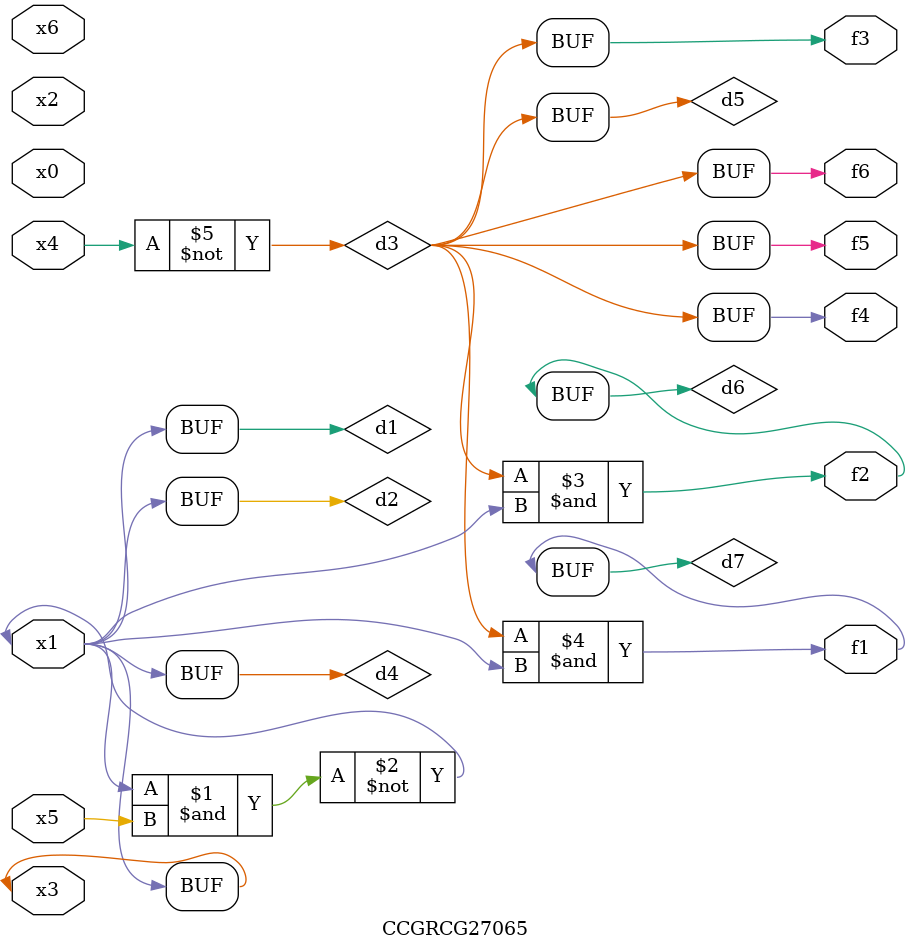
<source format=v>
module CCGRCG27065(
	input x0, x1, x2, x3, x4, x5, x6,
	output f1, f2, f3, f4, f5, f6
);

	wire d1, d2, d3, d4, d5, d6, d7;

	buf (d1, x1, x3);
	nand (d2, x1, x5);
	not (d3, x4);
	buf (d4, d1, d2);
	buf (d5, d3);
	and (d6, d3, d4);
	and (d7, d3, d4);
	assign f1 = d7;
	assign f2 = d6;
	assign f3 = d5;
	assign f4 = d5;
	assign f5 = d5;
	assign f6 = d5;
endmodule

</source>
